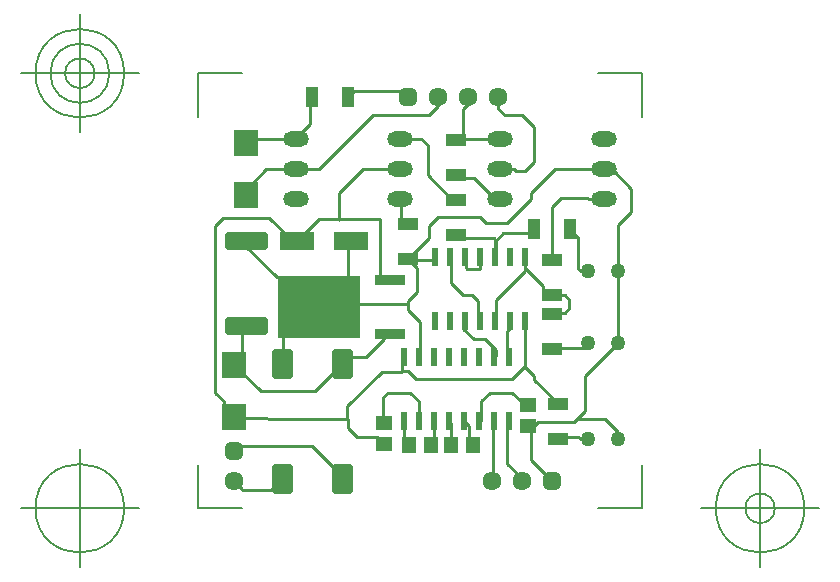
<source format=gbr>
G04 Generated by Ultiboard 13.0 *
%FSLAX34Y34*%
%MOMM*%

%ADD10C,0.0001*%
%ADD11C,0.2540*%
%ADD12C,0.1270*%
%ADD13R,0.6000X1.5500*%
%ADD14R,1.1852X1.9472*%
%ADD15C,0.5928*%
%ADD16R,1.1500X1.4500*%
%ADD17R,1.4500X1.1500*%
%ADD18R,0.6000X1.6000*%
%ADD19R,2.5500X0.9000*%
%ADD20R,7.0000X5.3000*%
%ADD21R,1.8000X1.0500*%
%ADD22R,3.0000X1.6000*%
%ADD23R,0.5291X0.5291*%
%ADD24C,0.9949*%
%ADD25C,1.6088*%
%ADD26C,1.2700*%
%ADD27R,1.0500X1.8000*%
%ADD28O,2.2000X1.3000*%
%ADD29R,3.0053X0.9101*%
%ADD30R,2.1500X2.2500*%


G04 ColorRGB 00FF00 for the following layer *
%LNCopper Top*%
%LPD*%
G54D10*
G54D11*
X204898Y733257D02*
X204898Y735797D01*
X203200Y734099D01*
X203200Y723200D01*
X205040Y680621D02*
X205040Y664800D01*
X205040Y680621D02*
X204898Y680763D01*
X205040Y664800D02*
X209440Y660400D01*
X230298Y680763D02*
X230298Y675000D01*
X230080Y675000D02*
X230080Y663040D01*
X230298Y675000D02*
X230080Y675000D01*
X230080Y663040D02*
X227440Y660400D01*
X245080Y678681D02*
X245080Y660480D01*
X245080Y678681D02*
X242998Y680763D01*
X260080Y663320D02*
X260080Y676381D01*
X255698Y680763D01*
X263000Y660400D02*
X260080Y663320D01*
X217598Y680763D02*
X217500Y680763D01*
X217500Y697500D01*
X210000Y705000D01*
X191250Y705000D01*
X187500Y701250D01*
X187500Y679560D01*
X187960Y679560D01*
X292500Y757500D02*
X292500Y734763D01*
X293798Y734763D01*
X294640Y759640D02*
X292500Y757500D01*
X294640Y765480D02*
X294640Y759640D01*
X282580Y736246D02*
X282580Y741170D01*
X282580Y736246D02*
X281098Y734763D01*
X282580Y741170D02*
X273750Y750000D01*
X263830Y750000D01*
X255000Y758830D01*
X255000Y765480D01*
X256540Y765480D01*
X215900Y739140D02*
X218440Y736600D01*
X208280Y774700D02*
X218440Y764540D01*
X218440Y736600D01*
X152400Y729403D02*
X129540Y706543D01*
X129117Y706120D02*
X83820Y706120D01*
X61147Y728793D02*
X83820Y706120D01*
X60960Y684450D02*
X62150Y683260D01*
X88900Y683260D01*
X60365Y683855D02*
X60539Y683681D01*
X231140Y819480D02*
X229082Y821538D01*
X229082Y826618D02*
X229082Y821538D01*
X208280Y818120D02*
X215900Y810500D01*
X215900Y789940D02*
X215900Y810500D01*
X215900Y789940D02*
X208280Y782320D01*
X208280Y774700D02*
X208280Y782320D01*
X292500Y645000D02*
X292500Y675000D01*
X293798Y676298D01*
X293798Y680763D01*
X300000Y637500D02*
X292500Y645000D01*
X300000Y634720D02*
X300000Y637500D01*
X304800Y629920D02*
X300000Y634720D01*
X281098Y680763D02*
X281098Y675000D01*
X280040Y674256D02*
X280784Y675000D01*
X281098Y675000D02*
X280784Y675000D01*
X280040Y674256D02*
X280040Y630560D01*
X279400Y629920D01*
X270000Y697500D02*
X270000Y680763D01*
X268398Y680763D01*
X277500Y705000D02*
X270000Y697500D01*
X296250Y705000D02*
X277500Y705000D01*
X303750Y697500D02*
X296250Y705000D01*
X309880Y697500D02*
X303750Y697500D01*
X309880Y694800D02*
X309880Y697500D01*
X296436Y716280D02*
X307340Y727184D01*
X243840Y813660D02*
X243840Y819480D01*
X244960Y797540D02*
X244960Y812540D01*
X243840Y813660D01*
X255000Y787500D02*
X244960Y797540D01*
X262500Y787500D02*
X255000Y787500D01*
X267460Y782540D02*
X262500Y787500D01*
X267460Y767260D02*
X267460Y782540D01*
X267460Y767260D02*
X269240Y765480D01*
X269240Y819480D02*
X270000Y819480D01*
X269240Y810000D01*
X258164Y810000D01*
X257420Y810744D02*
X258164Y810000D01*
X257420Y810744D02*
X257420Y818600D01*
X256540Y819480D01*
X132776Y851596D02*
X114427Y833247D01*
X184216Y851596D02*
X132776Y851596D01*
X307340Y810500D02*
X307340Y819480D01*
X360680Y746760D02*
X356420Y742500D01*
X330200Y742500D01*
X330200Y741920D01*
X281940Y834916D02*
X281196Y835660D01*
X281940Y819480D02*
X281940Y834916D01*
X360680Y807720D02*
X354780Y807720D01*
X352500Y810000D01*
X352500Y835980D01*
X345200Y843280D01*
X386080Y746760D02*
X358140Y718820D01*
X358140Y689364D02*
X358140Y718820D01*
X360680Y665480D02*
X354520Y665480D01*
X352500Y667500D01*
X335280Y667500D01*
X337180Y667620D02*
X335280Y665720D01*
X335280Y667500D02*
X335280Y665720D01*
X233680Y947420D02*
X233680Y956310D01*
X208280Y848120D02*
X202500Y848120D01*
X202500Y868680D01*
X201480Y868680D01*
X179070Y939800D02*
X226060Y939800D01*
X133350Y894080D02*
X179070Y939800D01*
X226060Y939800D02*
X233680Y947420D01*
X149860Y851248D02*
X149860Y874108D01*
X201480Y894080D02*
X169832Y894080D01*
X149860Y874108D01*
X208280Y818120D02*
X226060Y835900D01*
X312420Y868680D02*
X312420Y873760D01*
X332740Y894080D02*
X375920Y894080D01*
X292100Y848360D02*
X312420Y868680D01*
X312420Y873760D02*
X332740Y894080D01*
X233680Y853440D02*
X269240Y853440D01*
X226060Y845820D02*
X233680Y853440D01*
X226060Y835900D02*
X226060Y845820D01*
X269240Y853440D02*
X274320Y848360D01*
X292100Y848360D01*
X330000Y862500D02*
X330000Y817640D01*
X330200Y817640D01*
X337500Y870000D02*
X330000Y862500D01*
X360000Y870000D02*
X337500Y870000D01*
X374200Y868680D02*
X361320Y868680D01*
X360000Y870000D01*
X286200Y894080D02*
X298420Y894080D01*
X300000Y892500D01*
X307500Y892500D01*
X315000Y900000D01*
X315000Y929880D01*
X304960Y939920D01*
X290080Y939920D01*
X284480Y945520D01*
X284480Y955040D01*
X251700Y835660D02*
X281196Y835660D01*
X248920Y838440D02*
X251700Y835660D01*
X253440Y838440D02*
X248920Y838440D01*
X255000Y840000D02*
X253440Y838440D01*
X282580Y833590D02*
X282580Y822960D01*
X282580Y833590D02*
X288870Y839880D01*
X311800Y839880D01*
X315200Y843280D01*
X264160Y886460D02*
X281940Y868680D01*
X248920Y889240D02*
X251700Y886460D01*
X281940Y868680D02*
X286610Y868680D01*
X251700Y886460D02*
X264160Y886460D01*
X246410Y867340D02*
X224880Y888870D01*
X247820Y867340D02*
X248920Y868440D01*
X247480Y869880D01*
X247820Y867340D02*
X246410Y867340D01*
X248920Y870980D02*
X248920Y868440D01*
X224880Y888870D02*
X224880Y914256D01*
X219056Y920080D01*
X202080Y920080D01*
X201480Y919480D01*
X249760Y920080D02*
X248920Y919240D01*
X249760Y920080D02*
X285600Y920080D01*
X255000Y922500D02*
X255000Y945000D01*
X248920Y919240D02*
X248920Y922500D01*
X285600Y920080D02*
X286200Y919480D01*
X255000Y945000D02*
X259080Y949080D01*
X259080Y955040D01*
X322500Y795000D02*
X322500Y787640D01*
X330200Y787640D01*
X330200Y787500D01*
X341250Y787500D01*
X307380Y810120D02*
X322500Y795000D01*
X341250Y787500D02*
X345000Y783750D01*
X307380Y808251D02*
X282460Y783331D01*
X307500Y819480D02*
X307500Y810000D01*
X307380Y808251D02*
X307380Y819480D01*
X307380Y817500D02*
X307380Y810120D01*
X345000Y783750D02*
X345000Y776250D01*
X282460Y783331D02*
X282460Y769960D01*
X307340Y819480D02*
X307500Y819480D01*
X307340Y819480D02*
X307340Y817500D01*
X307380Y817500D01*
X345000Y776250D02*
X341250Y772500D01*
X281940Y769440D02*
X281940Y765480D01*
X282460Y769960D02*
X281940Y769440D01*
X341250Y772500D02*
X330200Y772500D01*
X330200Y771920D01*
X172500Y735000D02*
X187620Y750120D01*
X187620Y753496D01*
X188364Y754240D01*
X193400Y754240D01*
X152400Y735000D02*
X172500Y735000D01*
X152400Y729403D02*
X152400Y735000D01*
X156428Y725376D02*
X152400Y729403D01*
X156428Y725376D02*
X156428Y726428D01*
X60960Y720000D02*
X60960Y728450D01*
X52510Y720000D01*
X60960Y728450D02*
X67500Y728450D01*
X52510Y720000D02*
X52500Y720000D01*
X67500Y728450D02*
X67500Y761577D01*
X71120Y761577D01*
X186090Y722820D02*
X203200Y722820D01*
X199960Y722820D01*
X203200Y723200D02*
X203390Y723010D01*
X208470Y723010D02*
X203390Y723010D01*
X186090Y722820D02*
X156816Y693546D01*
X208470Y723010D02*
X215200Y716280D01*
X156816Y693546D02*
X156816Y682500D01*
X215200Y716280D02*
X296436Y716280D01*
X156816Y682500D02*
X90000Y682500D01*
X156816Y682500D02*
X157500Y682500D01*
X157500Y675000D01*
X165000Y667500D01*
X307380Y726440D02*
X314880Y718940D01*
X307380Y726440D02*
X307380Y765480D01*
X60960Y684450D02*
X52500Y684450D01*
X165000Y667500D02*
X182020Y667500D01*
X314880Y718940D02*
X314880Y716024D01*
X52500Y684450D02*
X52500Y697500D01*
X182020Y667500D02*
X187960Y661560D01*
X314880Y716024D02*
X333404Y697500D01*
X52500Y697500D02*
X45000Y705000D01*
X335280Y697500D02*
X335280Y695720D01*
X333404Y697500D02*
X335280Y697500D01*
X45000Y705000D02*
X45000Y846050D01*
X51650Y852700D01*
X91056Y852700D01*
X110636Y833120D01*
X114660Y833120D01*
X114800Y834800D02*
X114800Y833260D01*
X114660Y833120D01*
X184960Y850852D02*
X184216Y851596D01*
X184960Y850852D02*
X184960Y800984D01*
X185704Y800240D01*
X193400Y800240D01*
X207580Y780000D02*
X133400Y780000D01*
X133400Y777240D01*
X133400Y780000D01*
X133400Y777240D02*
X133400Y802500D01*
X133400Y777240D02*
X133400Y780000D01*
X133400Y777240D02*
X133400Y795000D01*
X157500Y777240D02*
X157500Y833120D01*
X150000Y780000D02*
X150000Y777240D01*
X102580Y757500D02*
X102580Y730383D01*
X150000Y777240D02*
X133400Y777240D01*
X157500Y777240D01*
X133400Y777240D02*
X127500Y777240D01*
X97500Y802500D02*
X69680Y830320D01*
X133400Y802500D02*
X97500Y802500D01*
X157500Y833120D02*
X159660Y833120D01*
X231140Y817500D02*
X208280Y817500D01*
X208280Y818120D01*
X102580Y730383D02*
X101600Y729403D01*
X69680Y830320D02*
X69680Y832103D01*
X71120Y833543D01*
X231140Y819480D02*
X231140Y817500D01*
X231140Y819480D02*
X231140Y823640D01*
X230455Y822912D02*
X230080Y822537D01*
X382380Y892620D02*
X375660Y892620D01*
X374200Y894080D01*
X397500Y877500D02*
X382380Y892620D01*
X397500Y858140D02*
X397500Y877500D01*
X386080Y846720D02*
X397500Y858140D01*
X386080Y846720D02*
X386080Y746760D01*
X348736Y679960D02*
X358140Y689364D01*
X348736Y679960D02*
X318284Y679960D01*
X348736Y679960D02*
X351276Y682500D01*
X375000Y682500D01*
X318284Y679960D02*
X315124Y676800D01*
X375000Y682500D02*
X386080Y671420D01*
X312220Y679960D02*
X312220Y647900D01*
X315000Y676800D02*
X309880Y676800D01*
X315124Y676800D02*
X309880Y676800D01*
X386080Y671420D02*
X386080Y665480D01*
X312220Y647900D02*
X330200Y629920D01*
X71500Y920080D02*
X121749Y920080D01*
X112500Y919480D02*
X112500Y920080D01*
X121749Y920080D02*
X122349Y919480D01*
X112500Y919480D01*
X125200Y932780D02*
X112500Y920080D01*
X71500Y920080D02*
X67500Y916080D01*
X75000Y916080D02*
X75000Y920080D01*
X72340Y917300D02*
X72340Y920920D01*
X125200Y932780D02*
X125200Y949216D01*
X67500Y920080D02*
X67500Y916080D01*
X71120Y916080D02*
X75000Y916080D01*
X71120Y916080D02*
X72340Y917300D01*
X125200Y949216D02*
X125944Y949960D01*
X127240Y950704D02*
X129934Y952346D01*
X126496Y949960D02*
X127240Y950704D01*
X125944Y949960D02*
X126496Y949960D01*
X129934Y952346D02*
X127240Y955040D01*
X88080Y894080D02*
X113480Y894080D01*
X103320Y894080D02*
X133350Y894080D01*
X88080Y894080D02*
X69126Y875126D01*
X68074Y875126D01*
X71120Y872080D01*
X152660Y634840D02*
X127380Y660120D01*
X152660Y632297D02*
X152660Y634840D01*
X152660Y632297D02*
X152400Y632037D01*
X127380Y660120D02*
X65760Y660120D01*
X60960Y655320D01*
X92063Y622500D02*
X67500Y622500D01*
X101600Y632037D02*
X92063Y622500D01*
X67500Y623380D02*
X60960Y629920D01*
X67500Y622500D02*
X67500Y623380D01*
X203200Y960120D02*
X162320Y960120D01*
X157240Y955040D01*
X203200Y960120D02*
X208280Y955040D01*
G54D12*
X30463Y607052D02*
X30463Y643885D01*
X30463Y607052D02*
X68058Y607052D01*
X406408Y607052D02*
X368813Y607052D01*
X406408Y607052D02*
X406408Y643885D01*
X406408Y975377D02*
X406408Y938545D01*
X406408Y975377D02*
X368813Y975377D01*
X30463Y975377D02*
X68058Y975377D01*
X30463Y975377D02*
X30463Y938545D01*
X-19537Y607052D02*
X-119537Y607052D01*
X-69537Y557052D02*
X-69537Y657052D01*
X-107037Y607052D02*
G75*
D01*
G02X-107037Y607052I37500J0*
G01*
X456408Y607052D02*
X556408Y607052D01*
X506408Y557052D02*
X506408Y657052D01*
X468908Y607052D02*
G75*
D01*
G02X468908Y607052I37500J0*
G01*
X493908Y607052D02*
G75*
D01*
G02X493908Y607052I12500J0*
G01*
X-19537Y975377D02*
X-119537Y975377D01*
X-69537Y925377D02*
X-69537Y1025377D01*
X-107037Y975377D02*
G75*
D01*
G02X-107037Y975377I37500J0*
G01*
X-94537Y975377D02*
G75*
D01*
G02X-94537Y975377I25000J0*
G01*
X-82037Y975377D02*
G75*
D01*
G02X-82037Y975377I12500J0*
G01*
G54D13*
X204898Y680763D03*
X217598Y680763D03*
X230298Y680763D03*
X242998Y680763D03*
X255698Y680763D03*
X268398Y680763D03*
X281098Y680763D03*
X293798Y680763D03*
X204898Y734763D03*
X217598Y734763D03*
X242998Y734763D03*
X230298Y734763D03*
X255698Y734763D03*
X281098Y734763D03*
X268398Y734763D03*
X293798Y734763D03*
G54D14*
X101600Y632037D03*
X152400Y632037D03*
X101600Y729403D03*
X152400Y729403D03*
G54D15*
X95674Y622301D02*
X107526Y622301D01*
X107526Y641773D01*
X95674Y641773D01*
X95674Y622301D01*D02*
X146474Y622301D02*
X158326Y622301D01*
X158326Y641773D01*
X146474Y641773D01*
X146474Y622301D01*D02*
X95674Y719667D02*
X107526Y719667D01*
X107526Y739139D01*
X95674Y739139D01*
X95674Y719667D01*D02*
X146474Y719667D02*
X158326Y719667D01*
X158326Y739139D01*
X146474Y739139D01*
X146474Y719667D01*D02*
X56094Y757027D02*
X86146Y757027D01*
X86146Y766127D01*
X56094Y766127D01*
X56094Y757027D01*D02*
X56094Y828993D02*
X86146Y828993D01*
X86146Y838093D01*
X56094Y838093D01*
X56094Y828993D01*D02*
G54D16*
X209440Y660400D03*
X227440Y660400D03*
X245000Y660400D03*
X263000Y660400D03*
G54D17*
X187960Y661560D03*
X187960Y679560D03*
X309880Y676800D03*
X309880Y694800D03*
G54D18*
X231140Y765480D03*
X243840Y765480D03*
X256540Y765480D03*
X269240Y765480D03*
X281940Y765480D03*
X294640Y765480D03*
X307340Y765480D03*
X231140Y819480D03*
X243840Y819480D03*
X256540Y819480D03*
X269240Y819480D03*
X281940Y819480D03*
X294640Y819480D03*
X307340Y819480D03*
G54D19*
X193400Y754240D03*
X193400Y800240D03*
G54D20*
X133400Y777240D03*
G54D21*
X208280Y818120D03*
X208280Y848120D03*
X335280Y665720D03*
X335280Y695720D03*
X330200Y741920D03*
X330200Y771920D03*
X330200Y787640D03*
X330200Y817640D03*
X248920Y838440D03*
X248920Y868440D03*
X248920Y889240D03*
X248920Y919240D03*
G54D22*
X114660Y833120D03*
X159660Y833120D03*
G54D23*
X330200Y629920D03*
X208280Y955040D03*
X60960Y655320D03*
G54D24*
X327555Y627275D02*
X332845Y627275D01*
X332845Y632565D01*
X327555Y632565D01*
X327555Y627275D01*D02*
X205635Y952395D02*
X210925Y952395D01*
X210925Y957685D01*
X205635Y957685D01*
X205635Y952395D01*D02*
X58315Y652675D02*
X63605Y652675D01*
X63605Y657965D01*
X58315Y657965D01*
X58315Y652675D01*D02*
G54D25*
X304800Y629920D03*
X279400Y629920D03*
X259080Y955040D03*
X233680Y955040D03*
X284480Y955040D03*
X60960Y629920D03*
G54D26*
X360680Y746760D03*
X386080Y746760D03*
X360680Y807720D03*
X386080Y807720D03*
X360680Y665480D03*
X386080Y665480D03*
G54D27*
X315200Y843280D03*
X345200Y843280D03*
X127240Y955040D03*
X157240Y955040D03*
G54D28*
X113480Y868680D03*
X201480Y868680D03*
X113480Y894080D03*
X201480Y894080D03*
X113480Y919480D03*
X201480Y919480D03*
X286200Y868680D03*
X374200Y868680D03*
X286200Y894080D03*
X374200Y894080D03*
X286200Y919480D03*
X374200Y919480D03*
G54D29*
X71120Y761577D03*
X71120Y833543D03*
G54D30*
X60960Y684450D03*
X60960Y728450D03*
X71120Y872080D03*
X71120Y916080D03*

M02*

</source>
